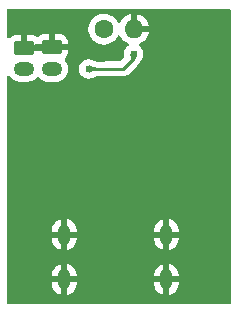
<source format=gbr>
%TF.GenerationSoftware,KiCad,Pcbnew,9.0.0*%
%TF.CreationDate,2025-11-29T18:06:43+01:00*%
%TF.ProjectId,Battery power module,42617474-6572-4792-9070-6f776572206d,rev?*%
%TF.SameCoordinates,Original*%
%TF.FileFunction,Copper,L2,Bot*%
%TF.FilePolarity,Positive*%
%FSLAX46Y46*%
G04 Gerber Fmt 4.6, Leading zero omitted, Abs format (unit mm)*
G04 Created by KiCad (PCBNEW 9.0.0) date 2025-11-29 18:06:43*
%MOMM*%
%LPD*%
G01*
G04 APERTURE LIST*
G04 Aperture macros list*
%AMRoundRect*
0 Rectangle with rounded corners*
0 $1 Rounding radius*
0 $2 $3 $4 $5 $6 $7 $8 $9 X,Y pos of 4 corners*
0 Add a 4 corners polygon primitive as box body*
4,1,4,$2,$3,$4,$5,$6,$7,$8,$9,$2,$3,0*
0 Add four circle primitives for the rounded corners*
1,1,$1+$1,$2,$3*
1,1,$1+$1,$4,$5*
1,1,$1+$1,$6,$7*
1,1,$1+$1,$8,$9*
0 Add four rect primitives between the rounded corners*
20,1,$1+$1,$2,$3,$4,$5,0*
20,1,$1+$1,$4,$5,$6,$7,0*
20,1,$1+$1,$6,$7,$8,$9,0*
20,1,$1+$1,$8,$9,$2,$3,0*%
G04 Aperture macros list end*
%TA.AperFunction,HeatsinkPad*%
%ADD10C,0.600000*%
%TD*%
%TA.AperFunction,HeatsinkPad*%
%ADD11R,1.880000X1.570000*%
%TD*%
%TA.AperFunction,ComponentPad*%
%ADD12C,1.600000*%
%TD*%
%TA.AperFunction,ComponentPad*%
%ADD13O,1.600000X1.600000*%
%TD*%
%TA.AperFunction,ComponentPad*%
%ADD14RoundRect,0.250000X-0.625000X0.350000X-0.625000X-0.350000X0.625000X-0.350000X0.625000X0.350000X0*%
%TD*%
%TA.AperFunction,HeatsinkPad*%
%ADD15O,1.100000X1.700000*%
%TD*%
%TA.AperFunction,ComponentPad*%
%ADD16O,1.750000X1.200000*%
%TD*%
%TA.AperFunction,ViaPad*%
%ADD17C,1.340000*%
%TD*%
%TA.AperFunction,ViaPad*%
%ADD18C,0.600000*%
%TD*%
%TA.AperFunction,ViaPad*%
%ADD19C,0.620000*%
%TD*%
%TA.AperFunction,Conductor*%
%ADD20C,0.254000*%
%TD*%
G04 APERTURE END LIST*
D10*
%TO.P,U1,11,VSS*%
%TO.N,GND*%
X128514000Y-102221000D03*
X129794000Y-102221000D03*
D11*
X129154000Y-101736000D03*
D10*
X128514000Y-101251000D03*
X129794000Y-101251000D03*
%TD*%
D12*
%TO.P,TH1,1*%
%TO.N,/TS*%
X128698200Y-96215200D03*
D13*
%TO.P,TH1,2*%
%TO.N,GND*%
X131238200Y-96215200D03*
%TD*%
D14*
%TO.P,,1,Pin_1*%
%TO.N,GND*%
X121920000Y-97790000D03*
%TD*%
D15*
%TO.P,J1,S1,SHIELD*%
%TO.N,GND*%
X125360000Y-113607800D03*
X125360000Y-117407800D03*
X134000000Y-113607800D03*
X134000000Y-117407800D03*
%TD*%
D14*
%TO.P,J2,1,Pin_1*%
%TO.N,GND*%
X124297000Y-97757000D03*
D16*
%TO.P,J2,2,Pin_2*%
%TO.N,VCC*%
X124297000Y-99587600D03*
%TD*%
%TO.P,,2,Pin_2*%
%TO.N,VCC*%
X121919000Y-99568000D03*
%TD*%
D17*
%TO.N,GND*%
X133502400Y-103759000D03*
X124866400Y-101422200D03*
X132130800Y-102800400D03*
X124866400Y-102946200D03*
X123266200Y-101473000D03*
X123266200Y-102997000D03*
X133502400Y-100076000D03*
X132130800Y-100971600D03*
D18*
X131241800Y-101759000D03*
D17*
X133502400Y-101854000D03*
D19*
%TO.N,VCC*%
X127406400Y-99587600D03*
X131216400Y-98298000D03*
%TD*%
D20*
%TO.N,VCC*%
X130316700Y-99574600D02*
X128854200Y-99574600D01*
X128841200Y-99587600D02*
X127406400Y-99587600D01*
X130316700Y-99574600D02*
X131216400Y-98674900D01*
X128854200Y-99574600D02*
X128841200Y-99587600D01*
X131216400Y-98674900D02*
X131216400Y-98298000D01*
%TD*%
%TA.AperFunction,Conductor*%
%TO.N,VCC*%
G36*
X127479143Y-99287221D02*
G01*
X127617148Y-99328447D01*
X127619142Y-99329249D01*
X127719135Y-99380609D01*
X127719479Y-99380794D01*
X127751805Y-99398999D01*
X127859137Y-99442999D01*
X127929831Y-99455900D01*
X128009350Y-99460024D01*
X128017433Y-99463874D01*
X128020443Y-99471708D01*
X128020443Y-99703601D01*
X128017016Y-99711874D01*
X128009465Y-99715279D01*
X127915781Y-99721073D01*
X127837355Y-99738519D01*
X127719309Y-99794499D01*
X127624805Y-99843539D01*
X127623485Y-99844124D01*
X127555713Y-99869260D01*
X127554494Y-99869638D01*
X127478766Y-99888657D01*
X127469907Y-99887348D01*
X127464568Y-99880159D01*
X127464453Y-99879650D01*
X127405868Y-99589914D01*
X127405868Y-99585285D01*
X127464339Y-99296113D01*
X127469337Y-99288685D01*
X127478125Y-99286966D01*
X127479143Y-99287221D01*
G37*
%TD.AperFunction*%
%TD*%
%TA.AperFunction,Conductor*%
%TO.N,VCC*%
G36*
X131221106Y-98299983D02*
G01*
X131464767Y-98463910D01*
X131469718Y-98471372D01*
X131468156Y-98479821D01*
X131365192Y-98644471D01*
X131365193Y-98644472D01*
X131309656Y-98734239D01*
X131308993Y-98735199D01*
X131244392Y-98819514D01*
X131243635Y-98820406D01*
X131146782Y-98923583D01*
X131138622Y-98927269D01*
X131130244Y-98924105D01*
X131129979Y-98923848D01*
X130966099Y-98759968D01*
X130962672Y-98751695D01*
X130965021Y-98744664D01*
X131006060Y-98690127D01*
X131018023Y-98634709D01*
X131004905Y-98581031D01*
X130976807Y-98523594D01*
X130950604Y-98471765D01*
X130949961Y-98470226D01*
X130916593Y-98371066D01*
X130917202Y-98362131D01*
X130923950Y-98356245D01*
X130925370Y-98355865D01*
X131212323Y-98298253D01*
X131221106Y-98299983D01*
G37*
%TD.AperFunction*%
%TD*%
%TA.AperFunction,Conductor*%
%TO.N,GND*%
G36*
X126627045Y-99824006D02*
G01*
X126627048Y-99824018D01*
X126688142Y-99971514D01*
X126688144Y-99971518D01*
X126776839Y-100104259D01*
X126776845Y-100104267D01*
X126889732Y-100217154D01*
X126889740Y-100217160D01*
X127022481Y-100305855D01*
X127022485Y-100305857D01*
X127134994Y-100352459D01*
X127169986Y-100366953D01*
X127326568Y-100398099D01*
X127326572Y-100398100D01*
X127326573Y-100398100D01*
X127486227Y-100398100D01*
X127555957Y-100384228D01*
X127567328Y-100382512D01*
X127601898Y-100378931D01*
X127601901Y-100378930D01*
X127601903Y-100378930D01*
X127677626Y-100359912D01*
X127704212Y-100352458D01*
X127705431Y-100352080D01*
X127731497Y-100343212D01*
X127799269Y-100318076D01*
X127828301Y-100306272D01*
X127829621Y-100305687D01*
X127857637Y-100292225D01*
X127942184Y-100248351D01*
X127946070Y-100246422D01*
X127974799Y-100232798D01*
X128020274Y-100221076D01*
X128040669Y-100219815D01*
X128079018Y-100215971D01*
X128079019Y-100215970D01*
X128081539Y-100215718D01*
X128093907Y-100215100D01*
X128903004Y-100215100D01*
X128903004Y-100215099D01*
X128956380Y-100204482D01*
X128980571Y-100202100D01*
X130378504Y-100202100D01*
X130378505Y-100202099D01*
X130499735Y-100177986D01*
X130582548Y-100143683D01*
X130613933Y-100130683D01*
X130716708Y-100062011D01*
X130804111Y-99974608D01*
X131051719Y-99727000D01*
X131318000Y-99727000D01*
X131318000Y-104045000D01*
X126492000Y-104045000D01*
X126492000Y-99727000D01*
X126607749Y-99727000D01*
X126627045Y-99824006D01*
G37*
%TD.AperFunction*%
%TD*%
%TA.AperFunction,Conductor*%
%TO.N,GND*%
G36*
X139421939Y-94500185D02*
G01*
X139467694Y-94552989D01*
X139478900Y-94604500D01*
X139478900Y-119365100D01*
X139459215Y-119432139D01*
X139406411Y-119477894D01*
X139354900Y-119489100D01*
X120639500Y-119489100D01*
X120572461Y-119469415D01*
X120526706Y-119416611D01*
X120515500Y-119365100D01*
X120515500Y-117004379D01*
X124310000Y-117004379D01*
X124310000Y-117157800D01*
X125060000Y-117157800D01*
X125060000Y-117657800D01*
X124310000Y-117657800D01*
X124310000Y-117811220D01*
X124350348Y-118014066D01*
X124350350Y-118014074D01*
X124429500Y-118205158D01*
X124429505Y-118205168D01*
X124544410Y-118377135D01*
X124544413Y-118377139D01*
X124690660Y-118523386D01*
X124690664Y-118523389D01*
X124862631Y-118638294D01*
X124862641Y-118638299D01*
X125053723Y-118717448D01*
X125053725Y-118717449D01*
X125110000Y-118728642D01*
X125110000Y-117874788D01*
X125119940Y-117892005D01*
X125175795Y-117947860D01*
X125244204Y-117987356D01*
X125320504Y-118007800D01*
X125399496Y-118007800D01*
X125475796Y-117987356D01*
X125544205Y-117947860D01*
X125600060Y-117892005D01*
X125610000Y-117874788D01*
X125610000Y-118728642D01*
X125666274Y-118717449D01*
X125666276Y-118717448D01*
X125857358Y-118638299D01*
X125857368Y-118638294D01*
X126029335Y-118523389D01*
X126029339Y-118523386D01*
X126175586Y-118377139D01*
X126175589Y-118377135D01*
X126290494Y-118205168D01*
X126290499Y-118205158D01*
X126369649Y-118014074D01*
X126369651Y-118014066D01*
X126409999Y-117811220D01*
X126410000Y-117811217D01*
X126410000Y-117657800D01*
X125660000Y-117657800D01*
X125660000Y-117157800D01*
X126410000Y-117157800D01*
X126410000Y-117004383D01*
X126409999Y-117004379D01*
X132950000Y-117004379D01*
X132950000Y-117157800D01*
X133700000Y-117157800D01*
X133700000Y-117657800D01*
X132950000Y-117657800D01*
X132950000Y-117811220D01*
X132990348Y-118014066D01*
X132990350Y-118014074D01*
X133069500Y-118205158D01*
X133069505Y-118205168D01*
X133184410Y-118377135D01*
X133184413Y-118377139D01*
X133330660Y-118523386D01*
X133330664Y-118523389D01*
X133502631Y-118638294D01*
X133502641Y-118638299D01*
X133693723Y-118717448D01*
X133693725Y-118717449D01*
X133750000Y-118728642D01*
X133750000Y-117874788D01*
X133759940Y-117892005D01*
X133815795Y-117947860D01*
X133884204Y-117987356D01*
X133960504Y-118007800D01*
X134039496Y-118007800D01*
X134115796Y-117987356D01*
X134184205Y-117947860D01*
X134240060Y-117892005D01*
X134250000Y-117874788D01*
X134250000Y-118728642D01*
X134306274Y-118717449D01*
X134306276Y-118717448D01*
X134497358Y-118638299D01*
X134497368Y-118638294D01*
X134669335Y-118523389D01*
X134669339Y-118523386D01*
X134815586Y-118377139D01*
X134815589Y-118377135D01*
X134930494Y-118205168D01*
X134930499Y-118205158D01*
X135009649Y-118014074D01*
X135009651Y-118014066D01*
X135049999Y-117811220D01*
X135050000Y-117811217D01*
X135050000Y-117657800D01*
X134300000Y-117657800D01*
X134300000Y-117157800D01*
X135050000Y-117157800D01*
X135050000Y-117004383D01*
X135049999Y-117004379D01*
X135009651Y-116801533D01*
X135009649Y-116801525D01*
X134930499Y-116610441D01*
X134930494Y-116610431D01*
X134815589Y-116438464D01*
X134815586Y-116438460D01*
X134669339Y-116292213D01*
X134669335Y-116292210D01*
X134497368Y-116177305D01*
X134497358Y-116177300D01*
X134306272Y-116098149D01*
X134306267Y-116098147D01*
X134250000Y-116086955D01*
X134250000Y-116940811D01*
X134240060Y-116923595D01*
X134184205Y-116867740D01*
X134115796Y-116828244D01*
X134039496Y-116807800D01*
X133960504Y-116807800D01*
X133884204Y-116828244D01*
X133815795Y-116867740D01*
X133759940Y-116923595D01*
X133750000Y-116940811D01*
X133750000Y-116086956D01*
X133749999Y-116086955D01*
X133693732Y-116098147D01*
X133693727Y-116098149D01*
X133502641Y-116177300D01*
X133502631Y-116177305D01*
X133330664Y-116292210D01*
X133330660Y-116292213D01*
X133184413Y-116438460D01*
X133184410Y-116438464D01*
X133069505Y-116610431D01*
X133069500Y-116610441D01*
X132990350Y-116801525D01*
X132990348Y-116801533D01*
X132950000Y-117004379D01*
X126409999Y-117004379D01*
X126369651Y-116801533D01*
X126369649Y-116801525D01*
X126290499Y-116610441D01*
X126290494Y-116610431D01*
X126175589Y-116438464D01*
X126175586Y-116438460D01*
X126029339Y-116292213D01*
X126029335Y-116292210D01*
X125857368Y-116177305D01*
X125857358Y-116177300D01*
X125666272Y-116098149D01*
X125666267Y-116098147D01*
X125610000Y-116086955D01*
X125610000Y-116940811D01*
X125600060Y-116923595D01*
X125544205Y-116867740D01*
X125475796Y-116828244D01*
X125399496Y-116807800D01*
X125320504Y-116807800D01*
X125244204Y-116828244D01*
X125175795Y-116867740D01*
X125119940Y-116923595D01*
X125110000Y-116940811D01*
X125110000Y-116086956D01*
X125109999Y-116086955D01*
X125053732Y-116098147D01*
X125053727Y-116098149D01*
X124862641Y-116177300D01*
X124862631Y-116177305D01*
X124690664Y-116292210D01*
X124690660Y-116292213D01*
X124544413Y-116438460D01*
X124544410Y-116438464D01*
X124429505Y-116610431D01*
X124429500Y-116610441D01*
X124350350Y-116801525D01*
X124350348Y-116801533D01*
X124310000Y-117004379D01*
X120515500Y-117004379D01*
X120515500Y-113204379D01*
X124310000Y-113204379D01*
X124310000Y-113357800D01*
X125060000Y-113357800D01*
X125060000Y-113857800D01*
X124310000Y-113857800D01*
X124310000Y-114011220D01*
X124350348Y-114214066D01*
X124350350Y-114214074D01*
X124429500Y-114405158D01*
X124429505Y-114405168D01*
X124544410Y-114577135D01*
X124544413Y-114577139D01*
X124690660Y-114723386D01*
X124690664Y-114723389D01*
X124862631Y-114838294D01*
X124862641Y-114838299D01*
X125053723Y-114917448D01*
X125053725Y-114917449D01*
X125110000Y-114928642D01*
X125110000Y-114074788D01*
X125119940Y-114092005D01*
X125175795Y-114147860D01*
X125244204Y-114187356D01*
X125320504Y-114207800D01*
X125399496Y-114207800D01*
X125475796Y-114187356D01*
X125544205Y-114147860D01*
X125600060Y-114092005D01*
X125610000Y-114074788D01*
X125610000Y-114928642D01*
X125666274Y-114917449D01*
X125666276Y-114917448D01*
X125857358Y-114838299D01*
X125857368Y-114838294D01*
X126029335Y-114723389D01*
X126029339Y-114723386D01*
X126175586Y-114577139D01*
X126175589Y-114577135D01*
X126290494Y-114405168D01*
X126290499Y-114405158D01*
X126369649Y-114214074D01*
X126369651Y-114214066D01*
X126409999Y-114011220D01*
X126410000Y-114011217D01*
X126410000Y-113857800D01*
X125660000Y-113857800D01*
X125660000Y-113357800D01*
X126410000Y-113357800D01*
X126410000Y-113204383D01*
X126409999Y-113204379D01*
X132950000Y-113204379D01*
X132950000Y-113357800D01*
X133700000Y-113357800D01*
X133700000Y-113857800D01*
X132950000Y-113857800D01*
X132950000Y-114011220D01*
X132990348Y-114214066D01*
X132990350Y-114214074D01*
X133069500Y-114405158D01*
X133069505Y-114405168D01*
X133184410Y-114577135D01*
X133184413Y-114577139D01*
X133330660Y-114723386D01*
X133330664Y-114723389D01*
X133502631Y-114838294D01*
X133502641Y-114838299D01*
X133693723Y-114917448D01*
X133693725Y-114917449D01*
X133750000Y-114928642D01*
X133750000Y-114074788D01*
X133759940Y-114092005D01*
X133815795Y-114147860D01*
X133884204Y-114187356D01*
X133960504Y-114207800D01*
X134039496Y-114207800D01*
X134115796Y-114187356D01*
X134184205Y-114147860D01*
X134240060Y-114092005D01*
X134250000Y-114074788D01*
X134250000Y-114928642D01*
X134306274Y-114917449D01*
X134306276Y-114917448D01*
X134497358Y-114838299D01*
X134497368Y-114838294D01*
X134669335Y-114723389D01*
X134669339Y-114723386D01*
X134815586Y-114577139D01*
X134815589Y-114577135D01*
X134930494Y-114405168D01*
X134930499Y-114405158D01*
X135009649Y-114214074D01*
X135009651Y-114214066D01*
X135049999Y-114011220D01*
X135050000Y-114011217D01*
X135050000Y-113857800D01*
X134300000Y-113857800D01*
X134300000Y-113357800D01*
X135050000Y-113357800D01*
X135050000Y-113204383D01*
X135049999Y-113204379D01*
X135009651Y-113001533D01*
X135009649Y-113001525D01*
X134930499Y-112810441D01*
X134930494Y-112810431D01*
X134815589Y-112638464D01*
X134815586Y-112638460D01*
X134669339Y-112492213D01*
X134669335Y-112492210D01*
X134497368Y-112377305D01*
X134497358Y-112377300D01*
X134306272Y-112298149D01*
X134306267Y-112298147D01*
X134250000Y-112286955D01*
X134250000Y-113140811D01*
X134240060Y-113123595D01*
X134184205Y-113067740D01*
X134115796Y-113028244D01*
X134039496Y-113007800D01*
X133960504Y-113007800D01*
X133884204Y-113028244D01*
X133815795Y-113067740D01*
X133759940Y-113123595D01*
X133750000Y-113140811D01*
X133750000Y-112286956D01*
X133749999Y-112286955D01*
X133693732Y-112298147D01*
X133693727Y-112298149D01*
X133502641Y-112377300D01*
X133502631Y-112377305D01*
X133330664Y-112492210D01*
X133330660Y-112492213D01*
X133184413Y-112638460D01*
X133184410Y-112638464D01*
X133069505Y-112810431D01*
X133069500Y-112810441D01*
X132990350Y-113001525D01*
X132990348Y-113001533D01*
X132950000Y-113204379D01*
X126409999Y-113204379D01*
X126369651Y-113001533D01*
X126369649Y-113001525D01*
X126290499Y-112810441D01*
X126290494Y-112810431D01*
X126175589Y-112638464D01*
X126175586Y-112638460D01*
X126029339Y-112492213D01*
X126029335Y-112492210D01*
X125857368Y-112377305D01*
X125857358Y-112377300D01*
X125666272Y-112298149D01*
X125666267Y-112298147D01*
X125610000Y-112286955D01*
X125610000Y-113140811D01*
X125600060Y-113123595D01*
X125544205Y-113067740D01*
X125475796Y-113028244D01*
X125399496Y-113007800D01*
X125320504Y-113007800D01*
X125244204Y-113028244D01*
X125175795Y-113067740D01*
X125119940Y-113123595D01*
X125110000Y-113140811D01*
X125110000Y-112286956D01*
X125109999Y-112286955D01*
X125053732Y-112298147D01*
X125053727Y-112298149D01*
X124862641Y-112377300D01*
X124862631Y-112377305D01*
X124690664Y-112492210D01*
X124690660Y-112492213D01*
X124544413Y-112638460D01*
X124544410Y-112638464D01*
X124429505Y-112810431D01*
X124429500Y-112810441D01*
X124350350Y-113001525D01*
X124350348Y-113001533D01*
X124310000Y-113204379D01*
X120515500Y-113204379D01*
X120515500Y-100268668D01*
X120535185Y-100201629D01*
X120587989Y-100155874D01*
X120657147Y-100145930D01*
X120720703Y-100174955D01*
X120739815Y-100195779D01*
X120804586Y-100284928D01*
X120927072Y-100407414D01*
X121067212Y-100509232D01*
X121221555Y-100587873D01*
X121386299Y-100641402D01*
X121557389Y-100668500D01*
X121557390Y-100668500D01*
X122280610Y-100668500D01*
X122280611Y-100668500D01*
X122451701Y-100641402D01*
X122616445Y-100587873D01*
X122770788Y-100509232D01*
X122910928Y-100407414D01*
X123010519Y-100307823D01*
X123071842Y-100274338D01*
X123141534Y-100279322D01*
X123185881Y-100307823D01*
X123305072Y-100427014D01*
X123445212Y-100528832D01*
X123599555Y-100607473D01*
X123764299Y-100661002D01*
X123935389Y-100688100D01*
X123935390Y-100688100D01*
X124658610Y-100688100D01*
X124658611Y-100688100D01*
X124829701Y-100661002D01*
X124994445Y-100607473D01*
X125148788Y-100528832D01*
X125288928Y-100427014D01*
X125411414Y-100304528D01*
X125513232Y-100164388D01*
X125591873Y-100010045D01*
X125645402Y-99845301D01*
X125664139Y-99727000D01*
X126492000Y-99727000D01*
X126492000Y-104045000D01*
X131318000Y-104045000D01*
X131318000Y-99727000D01*
X131051719Y-99727000D01*
X131484606Y-99294112D01*
X131515341Y-99269552D01*
X131609896Y-99168822D01*
X131703811Y-99074908D01*
X131743001Y-99016256D01*
X131772483Y-98972133D01*
X131799232Y-98907555D01*
X131801945Y-98901004D01*
X131804396Y-98896281D01*
X131805438Y-98895193D01*
X131809329Y-98887640D01*
X131814360Y-98879595D01*
X131896752Y-98747844D01*
X131919207Y-98708038D01*
X131919208Y-98708034D01*
X131922072Y-98702958D01*
X131929083Y-98690255D01*
X131934656Y-98681916D01*
X131995753Y-98534414D01*
X132026900Y-98377827D01*
X132026900Y-98218173D01*
X131995753Y-98061586D01*
X131995751Y-98061581D01*
X131934657Y-97914085D01*
X131934655Y-97914081D01*
X131845960Y-97781340D01*
X131845954Y-97781332D01*
X131733067Y-97668445D01*
X131733059Y-97668439D01*
X131696780Y-97644198D01*
X131651974Y-97590586D01*
X131643267Y-97521261D01*
X131673421Y-97458234D01*
X131727354Y-97423164D01*
X131737231Y-97419954D01*
X131919549Y-97327059D01*
X132085094Y-97206782D01*
X132085095Y-97206782D01*
X132229782Y-97062095D01*
X132229782Y-97062094D01*
X132350059Y-96896549D01*
X132442955Y-96714229D01*
X132506190Y-96519613D01*
X132514809Y-96465200D01*
X131553886Y-96465200D01*
X131558280Y-96460806D01*
X131610941Y-96369594D01*
X131638200Y-96267861D01*
X131638200Y-96162539D01*
X131610941Y-96060806D01*
X131558280Y-95969594D01*
X131553886Y-95965200D01*
X132514809Y-95965200D01*
X132506190Y-95910786D01*
X132442955Y-95716170D01*
X132350059Y-95533850D01*
X132229782Y-95368305D01*
X132229782Y-95368304D01*
X132085095Y-95223617D01*
X131919549Y-95103340D01*
X131737229Y-95010444D01*
X131542613Y-94947209D01*
X131488200Y-94938590D01*
X131488200Y-95899514D01*
X131483806Y-95895120D01*
X131392594Y-95842459D01*
X131290861Y-95815200D01*
X131185539Y-95815200D01*
X131083806Y-95842459D01*
X130992594Y-95895120D01*
X130988200Y-95899514D01*
X130988200Y-94938590D01*
X130933786Y-94947209D01*
X130739170Y-95010444D01*
X130556850Y-95103340D01*
X130391305Y-95223617D01*
X130391304Y-95223617D01*
X130246617Y-95368304D01*
X130246617Y-95368305D01*
X130126340Y-95533850D01*
X130078965Y-95626829D01*
X130030990Y-95677625D01*
X129963169Y-95694420D01*
X129897034Y-95671882D01*
X129857995Y-95626829D01*
X129810619Y-95533850D01*
X129810487Y-95533590D01*
X129802756Y-95522949D01*
X129690171Y-95367986D01*
X129545413Y-95223228D01*
X129379813Y-95102915D01*
X129379812Y-95102914D01*
X129379810Y-95102913D01*
X129322853Y-95073891D01*
X129197423Y-95009981D01*
X129002734Y-94946722D01*
X128828195Y-94919078D01*
X128800552Y-94914700D01*
X128595848Y-94914700D01*
X128571529Y-94918551D01*
X128393665Y-94946722D01*
X128198976Y-95009981D01*
X128016586Y-95102915D01*
X127850986Y-95223228D01*
X127706228Y-95367986D01*
X127585915Y-95533586D01*
X127492981Y-95715976D01*
X127429722Y-95910665D01*
X127397700Y-96112848D01*
X127397700Y-96317551D01*
X127429722Y-96519734D01*
X127492981Y-96714423D01*
X127556517Y-96839117D01*
X127571037Y-96867615D01*
X127585915Y-96896813D01*
X127706228Y-97062413D01*
X127850986Y-97207171D01*
X128005949Y-97319756D01*
X128016590Y-97327487D01*
X128123578Y-97382000D01*
X128198976Y-97420418D01*
X128198978Y-97420418D01*
X128198981Y-97420420D01*
X128303337Y-97454327D01*
X128393665Y-97483677D01*
X128494757Y-97499688D01*
X128595848Y-97515700D01*
X128595849Y-97515700D01*
X128800551Y-97515700D01*
X128800552Y-97515700D01*
X129002734Y-97483677D01*
X129197419Y-97420420D01*
X129379810Y-97327487D01*
X129480541Y-97254302D01*
X129545413Y-97207171D01*
X129545415Y-97207168D01*
X129545419Y-97207166D01*
X129690166Y-97062419D01*
X129690168Y-97062415D01*
X129690171Y-97062413D01*
X129810484Y-96896814D01*
X129810485Y-96896813D01*
X129810487Y-96896810D01*
X129857995Y-96803569D01*
X129905970Y-96752774D01*
X129973791Y-96735979D01*
X130039925Y-96758516D01*
X130078965Y-96803570D01*
X130126340Y-96896549D01*
X130246617Y-97062094D01*
X130246617Y-97062095D01*
X130391304Y-97206782D01*
X130556850Y-97327059D01*
X130739284Y-97420014D01*
X130790080Y-97467988D01*
X130806875Y-97535809D01*
X130784338Y-97601944D01*
X130751880Y-97633601D01*
X130699736Y-97668442D01*
X130699732Y-97668445D01*
X130586845Y-97781332D01*
X130586839Y-97781340D01*
X130498144Y-97914081D01*
X130498142Y-97914085D01*
X130437048Y-98061581D01*
X130437045Y-98061593D01*
X130405900Y-98218168D01*
X130405900Y-98218172D01*
X130405900Y-98218173D01*
X130405900Y-98377827D01*
X130405901Y-98377831D01*
X130429495Y-98496450D01*
X130423266Y-98566041D01*
X130395558Y-98608321D01*
X130093098Y-98910782D01*
X130031777Y-98944266D01*
X130005419Y-98947100D01*
X128792396Y-98947100D01*
X128761764Y-98953193D01*
X128739020Y-98957717D01*
X128714830Y-98960100D01*
X128072483Y-98960100D01*
X128057910Y-98959241D01*
X128053185Y-98958681D01*
X128035531Y-98955202D01*
X128014605Y-98954116D01*
X128010547Y-98953636D01*
X127999067Y-98948736D01*
X127965319Y-98939122D01*
X127958962Y-98935622D01*
X127958933Y-98935606D01*
X127958905Y-98935591D01*
X127958561Y-98935406D01*
X127950093Y-98930955D01*
X127850100Y-98879595D01*
X127850096Y-98879593D01*
X127807782Y-98860266D01*
X127807766Y-98860259D01*
X127806357Y-98859692D01*
X127805778Y-98859460D01*
X127805773Y-98859458D01*
X127805755Y-98859451D01*
X127805756Y-98859451D01*
X127761876Y-98844110D01*
X127761857Y-98844104D01*
X127761837Y-98844097D01*
X127645363Y-98809303D01*
X127642814Y-98808247D01*
X127639865Y-98807660D01*
X127634274Y-98805990D01*
X127634272Y-98805989D01*
X127623847Y-98802875D01*
X127601997Y-98796878D01*
X127601991Y-98796876D01*
X127601971Y-98796871D01*
X127600953Y-98796616D01*
X127524782Y-98783624D01*
X127524313Y-98783544D01*
X127508241Y-98781478D01*
X127492014Y-98778251D01*
X127486227Y-98777100D01*
X127326573Y-98777100D01*
X127326568Y-98777100D01*
X127169993Y-98808245D01*
X127169981Y-98808248D01*
X127022485Y-98869342D01*
X127022481Y-98869344D01*
X126889740Y-98958039D01*
X126889732Y-98958045D01*
X126776845Y-99070932D01*
X126776839Y-99070940D01*
X126688144Y-99203681D01*
X126688142Y-99203685D01*
X126627048Y-99351181D01*
X126627045Y-99351193D01*
X126595900Y-99507768D01*
X126595900Y-99667431D01*
X126607749Y-99727000D01*
X126492000Y-99727000D01*
X125664139Y-99727000D01*
X125672500Y-99674211D01*
X125672500Y-99500989D01*
X125645402Y-99329899D01*
X125591873Y-99165155D01*
X125513232Y-99010812D01*
X125411414Y-98870672D01*
X125402882Y-98862140D01*
X125369397Y-98800817D01*
X125374381Y-98731125D01*
X125402882Y-98686777D01*
X125514317Y-98575342D01*
X125606356Y-98426124D01*
X125606358Y-98426119D01*
X125661505Y-98259697D01*
X125661506Y-98259690D01*
X125671999Y-98156986D01*
X125672000Y-98156973D01*
X125672000Y-98007000D01*
X124577330Y-98007000D01*
X124597075Y-97987255D01*
X124646444Y-97901745D01*
X124672000Y-97806370D01*
X124672000Y-97707630D01*
X124646444Y-97612255D01*
X124597075Y-97526745D01*
X124577330Y-97507000D01*
X125671999Y-97507000D01*
X125671999Y-97357028D01*
X125671998Y-97357013D01*
X125661505Y-97254302D01*
X125606358Y-97087880D01*
X125606356Y-97087875D01*
X125514315Y-96938654D01*
X125390345Y-96814684D01*
X125241124Y-96722643D01*
X125241119Y-96722641D01*
X125074697Y-96667494D01*
X125074690Y-96667493D01*
X124971986Y-96657000D01*
X124547000Y-96657000D01*
X124547000Y-97476670D01*
X124527255Y-97456925D01*
X124441745Y-97407556D01*
X124346370Y-97382000D01*
X124247630Y-97382000D01*
X124152255Y-97407556D01*
X124066745Y-97456925D01*
X124047000Y-97476670D01*
X124047000Y-96657000D01*
X123622028Y-96657000D01*
X123622012Y-96657001D01*
X123519302Y-96667494D01*
X123352880Y-96722641D01*
X123352875Y-96722643D01*
X123203656Y-96814682D01*
X123179222Y-96839117D01*
X123117898Y-96872601D01*
X123048206Y-96867615D01*
X123019507Y-96851448D01*
X123019491Y-96851475D01*
X123018824Y-96851063D01*
X123014637Y-96848705D01*
X123013348Y-96847686D01*
X122864124Y-96755643D01*
X122864119Y-96755641D01*
X122697697Y-96700494D01*
X122697690Y-96700493D01*
X122594986Y-96690000D01*
X122170000Y-96690000D01*
X122170000Y-97509670D01*
X122150255Y-97489925D01*
X122064745Y-97440556D01*
X121969370Y-97415000D01*
X121870630Y-97415000D01*
X121775255Y-97440556D01*
X121689745Y-97489925D01*
X121670000Y-97509670D01*
X121670000Y-96690000D01*
X121245028Y-96690000D01*
X121245012Y-96690001D01*
X121142302Y-96700494D01*
X120975880Y-96755641D01*
X120975875Y-96755643D01*
X120826654Y-96847684D01*
X120727181Y-96947158D01*
X120665858Y-96980643D01*
X120596166Y-96975659D01*
X120540233Y-96933787D01*
X120515816Y-96868323D01*
X120515500Y-96859477D01*
X120515500Y-94604500D01*
X120535185Y-94537461D01*
X120587989Y-94491706D01*
X120639500Y-94480500D01*
X126426108Y-94480500D01*
X139354900Y-94480500D01*
X139421939Y-94500185D01*
G37*
%TD.AperFunction*%
%TA.AperFunction,Conductor*%
G36*
X123996925Y-97526745D02*
G01*
X123947556Y-97612255D01*
X123922000Y-97707630D01*
X123922000Y-97806370D01*
X123947556Y-97901745D01*
X123996925Y-97987255D01*
X124016670Y-98007000D01*
X123422241Y-98007000D01*
X123366996Y-98037166D01*
X123340638Y-98040000D01*
X122200330Y-98040000D01*
X122220075Y-98020255D01*
X122269444Y-97934745D01*
X122295000Y-97839370D01*
X122295000Y-97740630D01*
X122269444Y-97645255D01*
X122220075Y-97559745D01*
X122200330Y-97540000D01*
X122794759Y-97540000D01*
X122850004Y-97509834D01*
X122876362Y-97507000D01*
X124016670Y-97507000D01*
X123996925Y-97526745D01*
G37*
%TD.AperFunction*%
%TD*%
M02*

</source>
